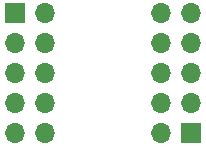
<source format=gbr>
%TF.GenerationSoftware,KiCad,Pcbnew,(6.0.1)*%
%TF.CreationDate,2022-03-23T16:26:21+01:00*%
%TF.ProjectId,tussenstukpw22,74757373-656e-4737-9475-6b707732322e,rev?*%
%TF.SameCoordinates,Original*%
%TF.FileFunction,Soldermask,Top*%
%TF.FilePolarity,Negative*%
%FSLAX46Y46*%
G04 Gerber Fmt 4.6, Leading zero omitted, Abs format (unit mm)*
G04 Created by KiCad (PCBNEW (6.0.1)) date 2022-03-23 16:26:21*
%MOMM*%
%LPD*%
G01*
G04 APERTURE LIST*
%ADD10R,1.700000X1.700000*%
%ADD11O,1.700000X1.700000*%
G04 APERTURE END LIST*
D10*
%TO.C,J1*%
X166245000Y-93375000D03*
D11*
X168785000Y-93375000D03*
X166245000Y-95915000D03*
X168785000Y-95915000D03*
X166245000Y-98455000D03*
X168785000Y-98455000D03*
X166245000Y-100995000D03*
X168785000Y-100995000D03*
X166245000Y-103535000D03*
X168785000Y-103535000D03*
%TD*%
D10*
%TO.C,J2*%
X181190000Y-103530000D03*
D11*
X178650000Y-103530000D03*
X181190000Y-100990000D03*
X178650000Y-100990000D03*
X181190000Y-98450000D03*
X178650000Y-98450000D03*
X181190000Y-95910000D03*
X178650000Y-95910000D03*
X181190000Y-93370000D03*
X178650000Y-93370000D03*
%TD*%
M02*

</source>
